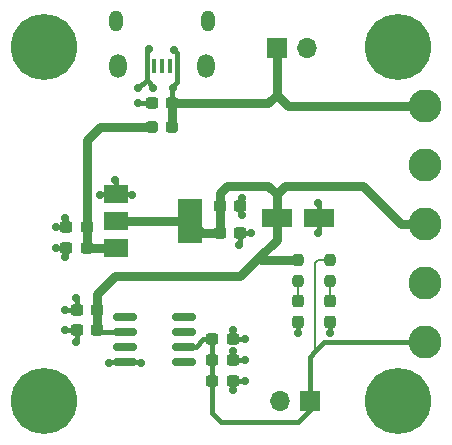
<source format=gbr>
%TF.GenerationSoftware,KiCad,Pcbnew,7.0.1*%
%TF.CreationDate,2023-05-14T20:32:12+02:00*%
%TF.ProjectId,adr4520_vref,61647234-3532-4305-9f76-7265662e6b69,rev?*%
%TF.SameCoordinates,Original*%
%TF.FileFunction,Copper,L1,Top*%
%TF.FilePolarity,Positive*%
%FSLAX46Y46*%
G04 Gerber Fmt 4.6, Leading zero omitted, Abs format (unit mm)*
G04 Created by KiCad (PCBNEW 7.0.1) date 2023-05-14 20:32:12*
%MOMM*%
%LPD*%
G01*
G04 APERTURE LIST*
G04 Aperture macros list*
%AMRoundRect*
0 Rectangle with rounded corners*
0 $1 Rounding radius*
0 $2 $3 $4 $5 $6 $7 $8 $9 X,Y pos of 4 corners*
0 Add a 4 corners polygon primitive as box body*
4,1,4,$2,$3,$4,$5,$6,$7,$8,$9,$2,$3,0*
0 Add four circle primitives for the rounded corners*
1,1,$1+$1,$2,$3*
1,1,$1+$1,$4,$5*
1,1,$1+$1,$6,$7*
1,1,$1+$1,$8,$9*
0 Add four rect primitives between the rounded corners*
20,1,$1+$1,$2,$3,$4,$5,0*
20,1,$1+$1,$4,$5,$6,$7,0*
20,1,$1+$1,$6,$7,$8,$9,0*
20,1,$1+$1,$8,$9,$2,$3,0*%
G04 Aperture macros list end*
%TA.AperFunction,ComponentPad*%
%ADD10R,1.700000X1.700000*%
%TD*%
%TA.AperFunction,ComponentPad*%
%ADD11O,1.700000X1.700000*%
%TD*%
%TA.AperFunction,ComponentPad*%
%ADD12C,5.600000*%
%TD*%
%TA.AperFunction,SMDPad,CuDef*%
%ADD13RoundRect,0.237500X-0.300000X-0.237500X0.300000X-0.237500X0.300000X0.237500X-0.300000X0.237500X0*%
%TD*%
%TA.AperFunction,SMDPad,CuDef*%
%ADD14RoundRect,0.237500X0.300000X0.237500X-0.300000X0.237500X-0.300000X-0.237500X0.300000X-0.237500X0*%
%TD*%
%TA.AperFunction,ComponentPad*%
%ADD15C,2.800000*%
%TD*%
%TA.AperFunction,SMDPad,CuDef*%
%ADD16RoundRect,0.237500X0.287500X0.237500X-0.287500X0.237500X-0.287500X-0.237500X0.287500X-0.237500X0*%
%TD*%
%TA.AperFunction,SMDPad,CuDef*%
%ADD17RoundRect,0.237500X-0.237500X0.250000X-0.237500X-0.250000X0.237500X-0.250000X0.237500X0.250000X0*%
%TD*%
%TA.AperFunction,SMDPad,CuDef*%
%ADD18RoundRect,0.150000X-0.825000X-0.150000X0.825000X-0.150000X0.825000X0.150000X-0.825000X0.150000X0*%
%TD*%
%TA.AperFunction,SMDPad,CuDef*%
%ADD19RoundRect,0.250000X-1.050000X-0.550000X1.050000X-0.550000X1.050000X0.550000X-1.050000X0.550000X0*%
%TD*%
%TA.AperFunction,SMDPad,CuDef*%
%ADD20R,0.450000X1.300000*%
%TD*%
%TA.AperFunction,ComponentPad*%
%ADD21O,1.150000X1.800000*%
%TD*%
%TA.AperFunction,ComponentPad*%
%ADD22O,1.450000X2.000000*%
%TD*%
%TA.AperFunction,SMDPad,CuDef*%
%ADD23RoundRect,0.237500X0.237500X-0.287500X0.237500X0.287500X-0.237500X0.287500X-0.237500X-0.287500X0*%
%TD*%
%TA.AperFunction,SMDPad,CuDef*%
%ADD24R,2.000000X1.500000*%
%TD*%
%TA.AperFunction,SMDPad,CuDef*%
%ADD25R,2.000000X3.800000*%
%TD*%
%TA.AperFunction,ViaPad*%
%ADD26C,0.700000*%
%TD*%
%TA.AperFunction,Conductor*%
%ADD27C,0.400000*%
%TD*%
%TA.AperFunction,Conductor*%
%ADD28C,0.750000*%
%TD*%
%TA.AperFunction,Conductor*%
%ADD29C,0.200000*%
%TD*%
G04 APERTURE END LIST*
D10*
%TO.P,J2,1,Pin_1*%
%TO.N,/2V048*%
X77540000Y-85000000D03*
D11*
%TO.P,J2,2,Pin_2*%
%TO.N,GND*%
X75000000Y-85000000D03*
%TD*%
D10*
%TO.P,J3,1,Pin_1*%
%TO.N,VBUS*%
X74725000Y-55125000D03*
D11*
%TO.P,J3,2,Pin_2*%
%TO.N,GND*%
X77265000Y-55125000D03*
%TD*%
D12*
%TO.P,H3,1,1*%
%TO.N,GND*%
X55000000Y-85000000D03*
%TD*%
D13*
%TO.P,C8,1*%
%TO.N,GND*%
X56887500Y-72000000D03*
%TO.P,C8,2*%
%TO.N,+5V*%
X58612500Y-72000000D03*
%TD*%
%TO.P,C2,1*%
%TO.N,GND*%
X57775000Y-77250000D03*
%TO.P,C2,2*%
%TO.N,+3V3*%
X59500000Y-77250000D03*
%TD*%
D14*
%TO.P,C10,1*%
%TO.N,GND*%
X71612500Y-70750000D03*
%TO.P,C10,2*%
%TO.N,+3V3*%
X69887500Y-70750000D03*
%TD*%
D15*
%TO.P,TP3,1,1*%
%TO.N,VBUS*%
X87250000Y-60000000D03*
%TD*%
%TO.P,TP5,1,1*%
%TO.N,+3V3*%
X87250000Y-70000000D03*
%TD*%
D14*
%TO.P,C9,1*%
%TO.N,GND*%
X71612500Y-68500000D03*
%TO.P,C9,2*%
%TO.N,+3V3*%
X69887500Y-68500000D03*
%TD*%
D16*
%TO.P,L1,1*%
%TO.N,VBUS*%
X65875000Y-61750000D03*
%TO.P,L1,2*%
%TO.N,+5V*%
X64125000Y-61750000D03*
%TD*%
D17*
%TO.P,R1,1*%
%TO.N,+3V3*%
X76500000Y-73000000D03*
%TO.P,R1,2*%
%TO.N,Net-(D1-A)*%
X76500000Y-74825000D03*
%TD*%
D13*
%TO.P,C6,1*%
%TO.N,/2V048*%
X69250000Y-83250000D03*
%TO.P,C6,2*%
%TO.N,GND*%
X70975000Y-83250000D03*
%TD*%
%TO.P,C3,1*%
%TO.N,GND*%
X57775000Y-79000000D03*
%TO.P,C3,2*%
%TO.N,+3V3*%
X59500000Y-79000000D03*
%TD*%
D18*
%TO.P,U1,1,NC*%
%TO.N,unconnected-(U1-NC-Pad1)*%
X61887500Y-77845000D03*
%TO.P,U1,2,IN*%
%TO.N,+3V3*%
X61887500Y-79115000D03*
%TO.P,U1,3,NC*%
%TO.N,unconnected-(U1-NC-Pad3)*%
X61887500Y-80385000D03*
%TO.P,U1,4,GND*%
%TO.N,GND*%
X61887500Y-81655000D03*
%TO.P,U1,5,NC*%
%TO.N,unconnected-(U1-NC-Pad5)*%
X66837500Y-81655000D03*
%TO.P,U1,6,OUT*%
%TO.N,/2V048*%
X66837500Y-80385000D03*
%TO.P,U1,7,NC*%
%TO.N,unconnected-(U1-NC-Pad7)*%
X66837500Y-79115000D03*
%TO.P,U1,8,NC*%
%TO.N,unconnected-(U1-NC-Pad8)*%
X66837500Y-77845000D03*
%TD*%
D13*
%TO.P,C5,1*%
%TO.N,/2V048*%
X69250000Y-81500000D03*
%TO.P,C5,2*%
%TO.N,GND*%
X70975000Y-81500000D03*
%TD*%
D19*
%TO.P,C11,1*%
%TO.N,+3V3*%
X74700000Y-69500000D03*
%TO.P,C11,2*%
%TO.N,GND*%
X78300000Y-69500000D03*
%TD*%
D12*
%TO.P,H2,1,1*%
%TO.N,GND*%
X85000000Y-55000000D03*
%TD*%
D20*
%TO.P,J1,1,VBUS*%
%TO.N,VBUS*%
X66300000Y-56650000D03*
%TO.P,J1,2,D-*%
%TO.N,unconnected-(J1-D--Pad2)*%
X65650000Y-56650000D03*
%TO.P,J1,3,D+*%
%TO.N,unconnected-(J1-D+-Pad3)*%
X65000000Y-56650000D03*
%TO.P,J1,4,ID*%
%TO.N,unconnected-(J1-ID-Pad4)*%
X64350000Y-56650000D03*
%TO.P,J1,5,GND*%
%TO.N,GND*%
X63700000Y-56650000D03*
D21*
%TO.P,J1,6,Shield*%
X68875000Y-52800000D03*
D22*
X68725000Y-56600000D03*
X61275000Y-56600000D03*
D21*
X61125000Y-52800000D03*
%TD*%
D15*
%TO.P,TP2,1,1*%
%TO.N,GND*%
X87250000Y-75000000D03*
%TD*%
%TO.P,TP1,1,1*%
%TO.N,/2V048*%
X87250000Y-80000000D03*
%TD*%
%TO.P,TP4,1,1*%
%TO.N,GND*%
X87250000Y-65000000D03*
%TD*%
D13*
%TO.P,C4,1*%
%TO.N,/2V048*%
X69250000Y-79750000D03*
%TO.P,C4,2*%
%TO.N,GND*%
X70975000Y-79750000D03*
%TD*%
D23*
%TO.P,D1,1,K*%
%TO.N,GND*%
X76500000Y-78250000D03*
%TO.P,D1,2,A*%
%TO.N,Net-(D1-A)*%
X76500000Y-76500000D03*
%TD*%
D13*
%TO.P,C7,1*%
%TO.N,GND*%
X56887500Y-70250000D03*
%TO.P,C7,2*%
%TO.N,+5V*%
X58612500Y-70250000D03*
%TD*%
D24*
%TO.P,U2,1,GND*%
%TO.N,GND*%
X61100000Y-67450000D03*
%TO.P,U2,2,VO*%
%TO.N,+3V3*%
X61100000Y-69750000D03*
D25*
X67400000Y-69750000D03*
D24*
%TO.P,U2,3,VI*%
%TO.N,+5V*%
X61100000Y-72050000D03*
%TD*%
D23*
%TO.P,D2,1,K*%
%TO.N,GND*%
X79250000Y-78250000D03*
%TO.P,D2,2,A*%
%TO.N,Net-(D2-A)*%
X79250000Y-76500000D03*
%TD*%
D12*
%TO.P,H1,1,1*%
%TO.N,GND*%
X55000000Y-55000000D03*
%TD*%
D13*
%TO.P,C1,1*%
%TO.N,GND*%
X64137500Y-59750000D03*
%TO.P,C1,2*%
%TO.N,VBUS*%
X65862500Y-59750000D03*
%TD*%
D12*
%TO.P,H4,1,1*%
%TO.N,GND*%
X85000000Y-85000000D03*
%TD*%
D17*
%TO.P,R2,1*%
%TO.N,/2V048*%
X79250000Y-73000000D03*
%TO.P,R2,2*%
%TO.N,Net-(D2-A)*%
X79250000Y-74825000D03*
%TD*%
D26*
%TO.N,GND*%
X72000000Y-83250000D03*
X79250000Y-79250000D03*
X56750000Y-79000000D03*
X63000000Y-59750000D03*
X61000000Y-66250000D03*
X71000000Y-80750000D03*
X57750000Y-76250000D03*
X63900000Y-55200000D03*
X71750000Y-69250000D03*
X56750000Y-69500000D03*
X60500000Y-81750000D03*
X78250000Y-70750000D03*
X71000000Y-79000000D03*
X63000000Y-58500000D03*
X63250000Y-81750000D03*
X56750000Y-77250000D03*
X71000000Y-84000000D03*
X56000000Y-72000000D03*
X76500000Y-79250000D03*
X59750000Y-67500000D03*
X62500000Y-67500000D03*
X56750000Y-72750000D03*
X71500000Y-71750000D03*
X72500000Y-70750000D03*
X71750000Y-67799500D03*
X56000000Y-70250000D03*
X72000000Y-81500000D03*
X78250000Y-68250000D03*
X57750000Y-80000000D03*
X64250000Y-58500000D03*
X72000000Y-79750000D03*
%TO.N,VBUS*%
X66000000Y-55250000D03*
X65900000Y-58500000D03*
%TD*%
D27*
%TO.N,GND*%
X57775000Y-76275000D02*
X57750000Y-76250000D01*
X61100000Y-67450000D02*
X59800000Y-67450000D01*
X63700000Y-56650000D02*
X63700000Y-55400000D01*
X70975000Y-79750000D02*
X72000000Y-79750000D01*
X56887500Y-72000000D02*
X56000000Y-72000000D01*
X56887500Y-70250000D02*
X56887500Y-69637500D01*
X64250000Y-58500000D02*
X64250000Y-58350000D01*
X60595000Y-81655000D02*
X60500000Y-81750000D01*
X63700000Y-56650000D02*
X63700000Y-57800000D01*
X61100000Y-66350000D02*
X61000000Y-66250000D01*
X70975000Y-83250000D02*
X70975000Y-83975000D01*
X71612500Y-68500000D02*
X71612500Y-69112500D01*
X61100000Y-67450000D02*
X61100000Y-66350000D01*
X71612500Y-68500000D02*
X71612500Y-67937000D01*
X70975000Y-83250000D02*
X72000000Y-83250000D01*
X63700000Y-57800000D02*
X63000000Y-58500000D01*
X57775000Y-77250000D02*
X56750000Y-77250000D01*
X57775000Y-77250000D02*
X57775000Y-76275000D01*
X71612500Y-69112500D02*
X71750000Y-69250000D01*
X78300000Y-69500000D02*
X78300000Y-68300000D01*
X61887500Y-81655000D02*
X60595000Y-81655000D01*
X56887500Y-70250000D02*
X56000000Y-70250000D01*
X78300000Y-68300000D02*
X78250000Y-68250000D01*
X63250000Y-81750000D02*
X63155000Y-81655000D01*
X79250000Y-78250000D02*
X79250000Y-79250000D01*
X71612500Y-67937000D02*
X71750000Y-67799500D01*
X71612500Y-70750000D02*
X71612500Y-71637500D01*
X62450000Y-67450000D02*
X62500000Y-67500000D01*
X70975000Y-83975000D02*
X71000000Y-84000000D01*
X63700000Y-55400000D02*
X63900000Y-55200000D01*
X76500000Y-78250000D02*
X76500000Y-79250000D01*
X70975000Y-81500000D02*
X70975000Y-80775000D01*
X59800000Y-67450000D02*
X59750000Y-67500000D01*
X70975000Y-80775000D02*
X71000000Y-80750000D01*
X71612500Y-70750000D02*
X72500000Y-70750000D01*
X56887500Y-69637500D02*
X56750000Y-69500000D01*
X56887500Y-72000000D02*
X56887500Y-72612500D01*
X70975000Y-79750000D02*
X70975000Y-79025000D01*
X78300000Y-70700000D02*
X78250000Y-70750000D01*
X57775000Y-79000000D02*
X57775000Y-79975000D01*
X70975000Y-79025000D02*
X71000000Y-79000000D01*
X78300000Y-69500000D02*
X78300000Y-70700000D01*
X57775000Y-79000000D02*
X56750000Y-79000000D01*
X70975000Y-81500000D02*
X72000000Y-81500000D01*
X56887500Y-72612500D02*
X56750000Y-72750000D01*
X71612500Y-71637500D02*
X71500000Y-71750000D01*
X63000000Y-59750000D02*
X64137500Y-59750000D01*
X61100000Y-67450000D02*
X62450000Y-67450000D01*
X57775000Y-79975000D02*
X57750000Y-80000000D01*
X63155000Y-81655000D02*
X61887500Y-81655000D01*
X64250000Y-58350000D02*
X63700000Y-57800000D01*
%TO.N,VBUS*%
X66300000Y-55550000D02*
X66000000Y-55250000D01*
D28*
X65875000Y-59762500D02*
X65862500Y-59750000D01*
D27*
X65862500Y-59750000D02*
X65862500Y-58387500D01*
D28*
X74000000Y-59750000D02*
X74725000Y-59025000D01*
X65862500Y-59750000D02*
X74000000Y-59750000D01*
D27*
X66300000Y-57950000D02*
X65862500Y-58387500D01*
X66300000Y-56650000D02*
X66300000Y-57950000D01*
X66300000Y-56650000D02*
X66300000Y-55550000D01*
D28*
X75700000Y-60000000D02*
X74725000Y-59025000D01*
X65875000Y-61750000D02*
X65875000Y-59762500D01*
X87250000Y-60000000D02*
X75700000Y-60000000D01*
X74725000Y-59025000D02*
X74725000Y-55125000D01*
%TO.N,+3V3*%
X69887500Y-70750000D02*
X69887500Y-68500000D01*
X71600000Y-74400000D02*
X73200000Y-72800000D01*
X59500000Y-77250000D02*
X59500000Y-75900000D01*
X68400000Y-70750000D02*
X67400000Y-69750000D01*
X73400000Y-73000000D02*
X73200000Y-72800000D01*
X61000000Y-74400000D02*
X71600000Y-74400000D01*
X74700000Y-71300000D02*
X74700000Y-69500000D01*
X73200000Y-72800000D02*
X74700000Y-71300000D01*
X75400000Y-66750000D02*
X74700000Y-67450000D01*
X74700000Y-69500000D02*
X74700000Y-67450000D01*
D27*
X61887500Y-79115000D02*
X59615000Y-79115000D01*
D28*
X74000000Y-66750000D02*
X70500000Y-66750000D01*
X69887500Y-67362500D02*
X69887500Y-68500000D01*
X61100000Y-69750000D02*
X67400000Y-69750000D01*
X85250000Y-70000000D02*
X82000000Y-66750000D01*
X74700000Y-67450000D02*
X74000000Y-66750000D01*
X76500000Y-73000000D02*
X73400000Y-73000000D01*
X82000000Y-66750000D02*
X75400000Y-66750000D01*
X59500000Y-75900000D02*
X61000000Y-74400000D01*
X59500000Y-79000000D02*
X59500000Y-77250000D01*
X69887500Y-70750000D02*
X68400000Y-70750000D01*
X87250000Y-70000000D02*
X85250000Y-70000000D01*
X70500000Y-66750000D02*
X69887500Y-67362500D01*
%TO.N,+5V*%
X64125000Y-61750000D02*
X59750000Y-61750000D01*
X59750000Y-61750000D02*
X58612500Y-62887500D01*
X58612500Y-70250000D02*
X58612500Y-72000000D01*
X58662500Y-72050000D02*
X58612500Y-72000000D01*
X61100000Y-72050000D02*
X58662500Y-72050000D01*
X58612500Y-62887500D02*
X58612500Y-70250000D01*
D27*
%TO.N,/2V048*%
X76500000Y-86750000D02*
X70000000Y-86750000D01*
D29*
X78000000Y-73250000D02*
X78000000Y-80750000D01*
D27*
X69250000Y-83250000D02*
X69250000Y-86000000D01*
D29*
X78250000Y-73000000D02*
X78000000Y-73250000D01*
D27*
X78750000Y-80000000D02*
X87250000Y-80000000D01*
X68500000Y-79750000D02*
X69250000Y-79750000D01*
X66837500Y-80385000D02*
X67865000Y-80385000D01*
X69250000Y-86000000D02*
X70000000Y-86750000D01*
X67865000Y-80385000D02*
X68500000Y-79750000D01*
X69250000Y-79750000D02*
X69250000Y-81500000D01*
X77540000Y-85000000D02*
X77540000Y-85710000D01*
X69250000Y-81500000D02*
X69250000Y-83250000D01*
X77540000Y-85710000D02*
X76500000Y-86750000D01*
X77540000Y-81210000D02*
X78000000Y-80750000D01*
D29*
X79250000Y-73000000D02*
X78250000Y-73000000D01*
D27*
X78000000Y-80750000D02*
X78750000Y-80000000D01*
X77540000Y-85000000D02*
X77540000Y-81210000D01*
D29*
%TO.N,Net-(D1-A)*%
X76500000Y-74825000D02*
X76500000Y-76500000D01*
%TO.N,Net-(D2-A)*%
X79250000Y-74825000D02*
X79250000Y-76500000D01*
%TD*%
M02*

</source>
